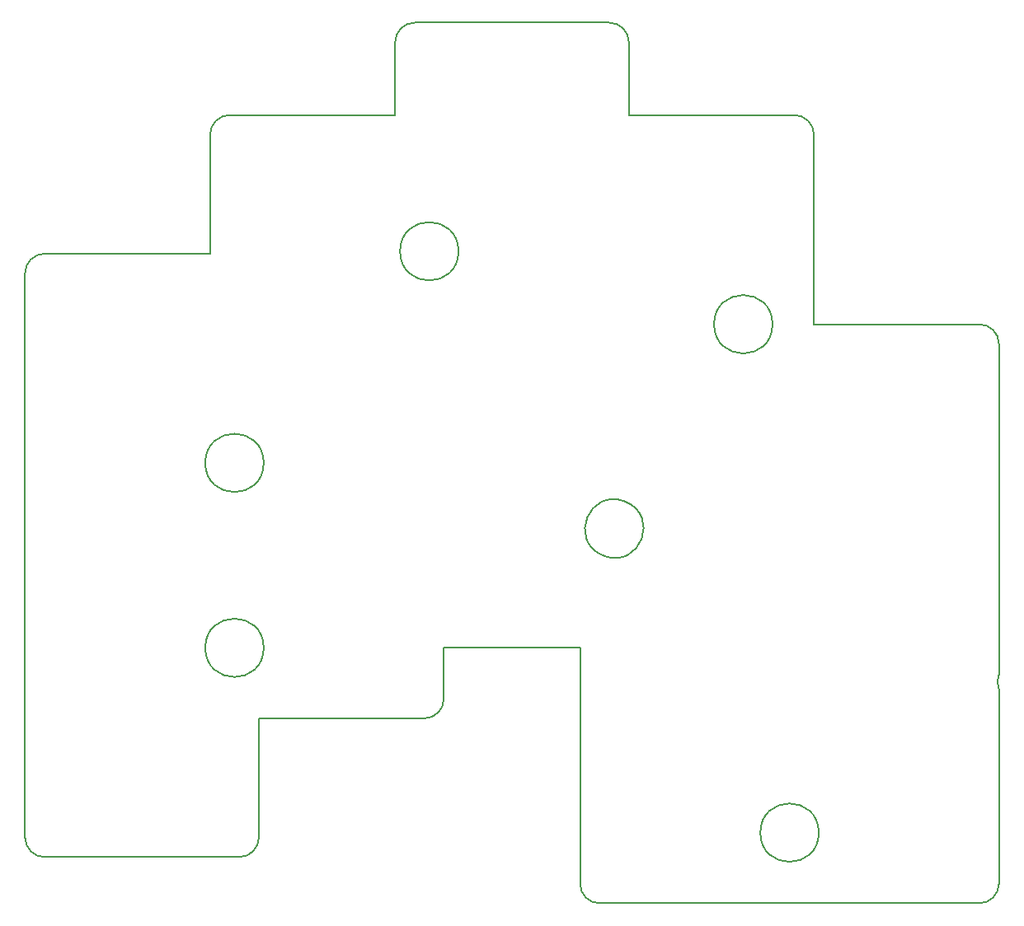
<source format=gbr>
%TF.GenerationSoftware,KiCad,Pcbnew,8.0.1*%
%TF.CreationDate,2024-11-14T23:23:20-08:00*%
%TF.ProjectId,roo_left_auto_routed,726f6f5f-6c65-4667-945f-6175746f5f72,0.1.0*%
%TF.SameCoordinates,Original*%
%TF.FileFunction,Profile,NP*%
%FSLAX46Y46*%
G04 Gerber Fmt 4.6, Leading zero omitted, Abs format (unit mm)*
G04 Created by KiCad (PCBNEW 8.0.1) date 2024-11-14 23:23:20*
%MOMM*%
%LPD*%
G01*
G04 APERTURE LIST*
%TA.AperFunction,Profile*%
%ADD10C,0.150000*%
%TD*%
G04 APERTURE END LIST*
D10*
X208085786Y-149835786D02*
X207886828Y-149835786D01*
X193085786Y-118585786D02*
G75*
G02*
X187085786Y-118585786I-3000000J0D01*
G01*
X187085786Y-118585786D02*
G75*
G02*
X193085786Y-118585786I3000000J0D01*
G01*
X248585786Y-183585786D02*
G75*
G02*
X246585786Y-185585786I-1999986J-14D01*
G01*
X210585786Y-104585786D02*
X210585786Y-97085786D01*
X207886828Y-149835785D02*
G75*
G02*
X208085786Y-149914214I1198972J2749985D01*
G01*
X173085786Y-140335786D02*
G75*
G02*
X167085786Y-140335786I-3000000J0D01*
G01*
X167085786Y-140335786D02*
G75*
G02*
X173085786Y-140335786I3000000J0D01*
G01*
X230085786Y-178335786D02*
G75*
G02*
X224085786Y-178335786I-3000000J0D01*
G01*
X224085786Y-178335786D02*
G75*
G02*
X230085786Y-178335786I3000000J0D01*
G01*
X172585786Y-178835786D02*
G75*
G02*
X170585786Y-180835786I-1999986J-14D01*
G01*
X150585786Y-180835786D02*
X170585786Y-180835786D01*
X172585786Y-166585786D02*
X189585786Y-166585786D01*
X191585786Y-164585786D02*
X191585786Y-159335786D01*
X186585786Y-104585786D02*
X169585786Y-104585786D01*
X248585786Y-162085786D02*
X248585786Y-128085786D01*
X227585786Y-104585786D02*
G75*
G02*
X229585814Y-106585786I14J-2000014D01*
G01*
X167585786Y-106585786D02*
G75*
G02*
X169585786Y-104585786I2000014J-14D01*
G01*
X150585786Y-180835786D02*
G75*
G02*
X148585814Y-178835786I14J1999986D01*
G01*
X225335786Y-126085786D02*
G75*
G02*
X219335786Y-126085786I-3000000J0D01*
G01*
X219335786Y-126085786D02*
G75*
G02*
X225335786Y-126085786I3000000J0D01*
G01*
X205585786Y-183585786D02*
X205585786Y-159335786D01*
X173085786Y-159335786D02*
G75*
G02*
X167085786Y-159335786I-3000000J0D01*
G01*
X167085786Y-159335786D02*
G75*
G02*
X173085786Y-159335786I3000000J0D01*
G01*
X248585786Y-183585786D02*
X248585786Y-163585786D01*
X229585786Y-126085786D02*
X229585786Y-106585786D01*
X246585786Y-126085786D02*
X229585786Y-126085786D01*
X186585786Y-97085786D02*
X186585786Y-104585786D01*
X207585786Y-185585786D02*
G75*
G02*
X205585814Y-183585786I14J1999986D01*
G01*
X186585786Y-97085786D02*
G75*
G02*
X188585786Y-95085786I2000014J-14D01*
G01*
X191585786Y-164585786D02*
G75*
G02*
X189585786Y-166585786I-1999986J-14D01*
G01*
X208585786Y-95085786D02*
G75*
G02*
X210585814Y-97085786I14J-2000014D01*
G01*
X167585786Y-106585786D02*
X167585786Y-118835786D01*
X208585786Y-95085786D02*
X188585786Y-95085786D01*
X246585786Y-126085786D02*
G75*
G02*
X248585814Y-128085786I14J-2000014D01*
G01*
X191585786Y-159335786D02*
X205585786Y-159335786D01*
X248439835Y-162835786D02*
G75*
G02*
X248585792Y-163585786I-1854035J-750014D01*
G01*
X207585786Y-185585786D02*
X246585786Y-185585786D01*
X148585786Y-178835786D02*
X148585786Y-120835786D01*
X248585786Y-162085786D02*
G75*
G02*
X248439840Y-162835787I-1999986J-14D01*
G01*
X172585786Y-178835786D02*
X172585786Y-166585786D01*
X148585786Y-120835786D02*
G75*
G02*
X150585786Y-118835786I2000014J-14D01*
G01*
X227585786Y-104585786D02*
X210585786Y-104585786D01*
X208085786Y-149914213D02*
X208085786Y-149835786D01*
X167585786Y-118835786D02*
X150585786Y-118835786D01*
M02*

</source>
